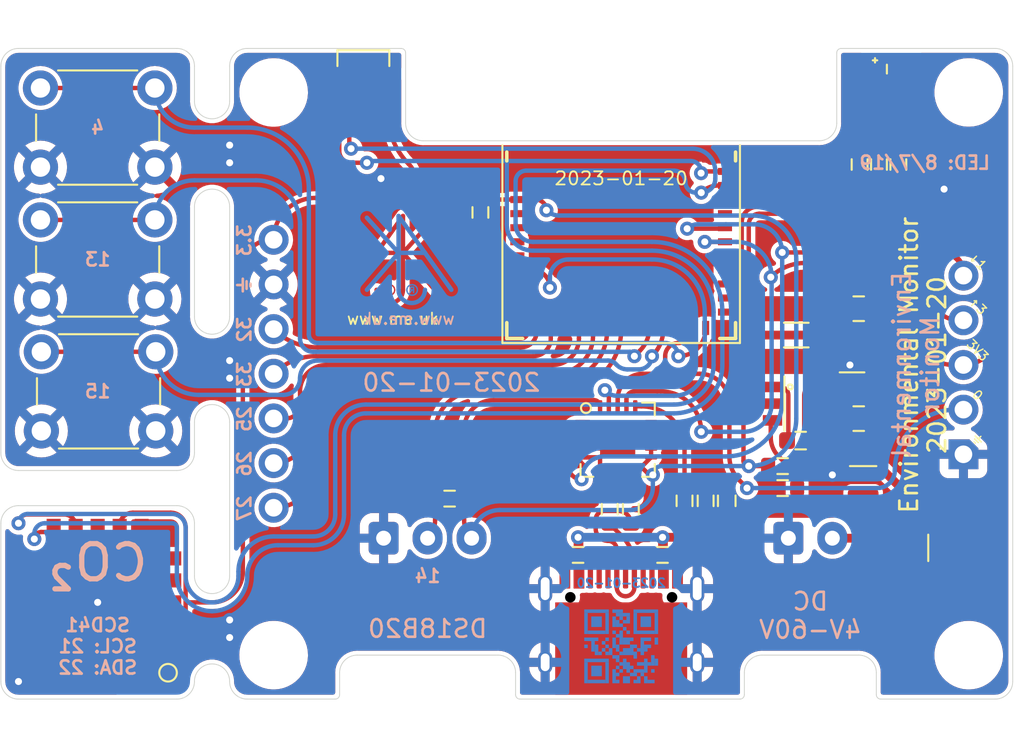
<source format=kicad_pcb>
(kicad_pcb (version 20211014) (generator pcbnew)
  (title_block (title "EnvMon") (date "${DATE}") (rev "4") (comment 1 "www.me.uk") (comment 2 "@TheRealRevK") (comment 3 "Adrian Kennard Andrews & Arnold Ltd"))
  (layers (0 "F.Cu" signal) (31 "B.Cu" signal) (34 "B.Paste" user) (35 "F.Paste" user) (36 "B.SilkS" user "B.Silkscreen") (37 "F.SilkS" user "F.Silkscreen") (38 "B.Mask" user) (39 "F.Mask" user) (44 "Edge.Cuts" user))
  (property "DATE" "2023-01-20")
  (net 0 "")
  (net 1 "VBUS")
  (net 2 "D+")
  (net 3 "D-")
  (net 5 "Net-(J1-PadA5)")
  (net 6 "Net-(J1-PadB5)")
  (net 8 "Net-(J1-PadA6)")
  (net 9 "TEMP")
  (net 11 "GND")
  (net 12 "OLED-RST")
  (net 13 "OLED-DC")
  (net 14 "OLED-SCK")
  (net 15 "OLED-CS")
  (net 16 "OLED-MOSI")
  (net 17 "SCL")
  (net 18 "SDA")
  (net 27 "R")
  (net 28 "G")
  (net 29 "B")
  (net 30 "DC")
  (net 31 "Net-(D3-Pad3)")
  (net 36 "O")
  (net 40 "I")
  (net 41 "EN")
  (net 42 "Net-(D3-Pad4)")
  (net 43 "Net-(R1-Pad2)")
  (net 45 "BOOT")
  (net 46 "Net-(J1-PadA7)")
  (net 47 "Net-(R10-Pad2)")
  (net 56 "BUTTON1")
  (net 57 "BUTTON2")
  (net 58 "BUTTON3")
  (net 63 "Net-(D3-Pad1)")
  (net 64 "+3.3V")
  (net 67 "Net-(J2-Pad2)")
  (footprint "Button_Switch_THT:SW_PUSH_6mm_H13mm" (layer "F.Cu") (at 89.25 65.25)
    (fp_text reference "SW1" hide)
    (fp_text value "SW_Push")
  )
  (footprint "RevK:R_0603" (layer "F.Cu") (at 131.425 86.75)
    (fp_text reference "R1" hide)
    (fp_text value "100k 1%")
  )
  (footprint "Button_Switch_THT:SW_PUSH_6mm_H13mm" (layer "F.Cu") (at 89.3 80.25)
    (fp_text reference "SW3" hide)
    (fp_text value "SW_Push")
  )
  (footprint "RevK:SCD41" (layer "F.Cu") (at 92.5 94.5 180)
    (fp_text reference "U2" hide)
    (fp_text value "SCD41")
  )
  (footprint "RevK:Molex_MiniSPOX_H3RA" (layer "F.Cu") (at 111.25 90.85)
    (fp_text reference "J3" hide)
    (fp_text value "TEMP")
  )
  (footprint "RevK:D_1206" (layer "F.Cu") (at 139.2 91.4 180)
    (fp_text reference "D4" hide)
    (fp_text value "D")
  )
  (footprint "RevK:C_0805_" (layer "F.Cu") (at 135.75 84.05)
    (fp_text reference "C2" hide)
    (fp_text value "2.2uF")
  )
  (footprint "RevK:VEML3235SL-RA" (layer "F.Cu") (at 107.6 63.8)
    (fp_text reference "U6" hide)
    (fp_text value "VEML3235SL_RA")
  )
  (footprint "RevK:USC16-TR" (layer "F.Cu") (at 122.25 95.6)
    (fp_text reference "J1" hide)
    (fp_text value "USB-C")
  )
  (footprint "RevK:R_0603" (layer "F.Cu") (at 131.425 88)
    (fp_text reference "R2" hide)
    (fp_text value "30k 1%")
  )
  (footprint "RevK:R_0603" (layer "F.Cu") (at 127.05 88.725 90)
    (fp_text reference "R10" hide)
    (fp_text value "4k7")
  )
  (footprint "RevK:SOT-23-Thin-6-Reg" (layer "F.Cu") (at 132.2 83.2 90)
    (fp_text reference "U1" hide)
    (fp_text value "LMR16006XDDCR")
  )
  (footprint "RevK:R_0603" (layer "F.Cu") (at 136.9 69.6 -90)
    (fp_text reference "R7" hide)
    (fp_text value "300R")
  )
  (footprint "RevK:L_4x4_" (layer "F.Cu") (at 132.2 79.3 90)
    (fp_text reference "L1" hide)
    (fp_text value "6.8uH")
  )
  (footprint "RevK:R_0603" (layer "F.Cu") (at 124.6 91.8)
    (fp_text reference "R4" hide)
    (fp_text value "5K1")
  )
  (footprint "RevK:OLED1.5-RGB" (layer "F.Cu") (at 144.5 63 180)
    (fp_text reference "M1" hide)
    (fp_text value "OLED1.5-RGB")
  )
  (footprint "RevK:Shelly" (layer "F.Cu") (at 141.7 81 -90)
    (fp_text reference "J4" hide)
    (fp_text value "Shelly" hide)
  )
  (footprint "RevK:C_0603_" (layer "F.Cu") (at 132.45 85.3)
    (fp_text reference "C1" hide)
    (fp_text value "100nF")
  )
  (footprint "RevK:C_0805_" (layer "F.Cu") (at 135.75 77.8)
    (fp_text reference "C3" hide)
    (fp_text value "10uF")
  )
  (footprint "RevK:R_0603" (layer "F.Cu") (at 121.6 89.2 90)
    (fp_text reference "R6" hide)
    (fp_text value "27R")
  )
  (footprint "RevK:R_0603" (layer "F.Cu") (at 138 69.6 -90)
    (fp_text reference "R8" hide)
    (fp_text value "1K")
  )
  (footprint "RevK:R_0603" (layer "F.Cu") (at 122.8 89.2 90)
    (fp_text reference "R5" hide)
    (fp_text value "27R")
  )
  (footprint "RevK:D_1206_" (layer "F.Cu") (at 135.37 80.92 90)
    (fp_text reference "D1" hide)
    (fp_text value "Schottky")
  )
  (footprint "RevK:MHS190RGBCT" (layer "F.Cu") (at 136.9 64.175)
    (fp_text reference "D3" hide)
    (fp_text value "LED_BARG" hide)
  )
  (footprint "RevK:R_0603" (layer "F.Cu") (at 119.8 91.8 180)
    (fp_text reference "R3" hide)
    (fp_text value "5K1")
  )
  (footprint "RevK:R_0603" (layer "F.Cu") (at 125.85 88.725 -90)
    (fp_text reference "R11" hide)
    (fp_text value "10k")
  )
  (footprint "RevK:R_0603" (layer "F.Cu") (at 114.25 72.325 -90)
    (fp_text reference "R12" hide)
    (fp_text value "10k")
  )
  (footprint "RevK:AJK" (layer "F.Cu") (at 109.85 74.625)
    (fp_text reference "Logo2" hide)
    (fp_text value "AJK" hide)
  )
  (footprint "RevK:Molex_MiniSPOX_H2RA" (layer "F.Cu") (at 133 90.85)
    (fp_text reference "J2" hide)
    (fp_text value "DC")
  )
  (footprint "RevK:ESP32-PICO-MINI-02" (layer "F.Cu") (at 122.25 73.99325)
    (fp_text reference "U4" hide)
    (fp_text value "ESP32-PICO-MINI-02")
  )
  (footprint "Button_Switch_THT:SW_PUSH_6mm_H13mm" (layer "F.Cu") (at 89.25 72.75)
    (fp_text reference "SW2" hide)
    (fp_text value "SW_Push")
  )
  (footprint "RevK:C_0603" (layer "F.Cu") (at 128.25 88.725 -90)
    (fp_text reference "C4" hide)
    (fp_text value "10nF")
  )
  (footprint "RevK:R_0603" (layer "F.Cu") (at 112.5 88.6)
    (fp_text reference "R13" hide)
    (fp_text value "4k7")
  )
  (footprint "RevK:R_0603" (layer "F.Cu") (at 135.8 69.6 -90)
    (fp_text reference "R9" hide)
    (fp_text value "100R")
  )
  (footprint "RevK:QFN-20-1EP_4x4mm_P0.5mm_EP2.5x2.5mm" (layer "F.Cu") (at 122.05 85.25)
    (fp_text reference "U3" hide)
    (fp_text value "FT231XQ")
  )
  (footprint "RevK:D_1206" (layer "F.Cu") (at 136 87.25 -90)
    (fp_text reference "D2" hide)
    (fp_text value "D")
  )
  (footprint "RevK:AJK" (layer "B.Cu") (at 109.6 74.625 180)
    (fp_text reference "Logo1" hide)
    (fp_text value "AJK" hide)
  )
  (footprint "RevK:QR-ENVMON" (layer "B.Cu") (at 122.25 97)
    (fp_text reference "U5" hide)
    (fp_text value "QR" hide)
  )
  (gr_line (start 115.5 68.5) (end 115.5 79.75) (layer "F.SilkS") (width 0.12))
  (gr_line (start 129 79.75) (end 129 68.5) (layer "F.SilkS") (width 0.12))
  (gr_line (start 115.5 79.75) (end 129 79.75) (layer "F.SilkS") (width 0.12))
  (gr_line (start 106.25 98.5) (end 106.25 99.75) (layer "Edge.Cuts") (width 0.05))
  (gr_line (start 100 72) (end 100 78.25) (layer "Edge.Cuts") (width 0.05))
  (gr_arc (start 101 100) (mid 100.292893 99.707107) (end 100 99) (layer "Edge.Cuts") (width 0.05))
  (gr_line (start 88 87) (end 97 87) (layer "Edge.Cuts") (width 0.05))
  (gr_line (start 97 89) (end 88 89) (layer "Edge.Cuts") (width 0.05))
  (gr_arc (start 115.25 97.5) (mid 115.957107 97.792893) (end 116.25 98.5) (layer "Edge.Cuts") (width 0.05))
  (gr_arc (start 134.5 63.25) (mid 134.573223 63.073223) (end 134.75 63) (layer "Edge.Cuts") (width 0.05))
  (gr_line (start 116.5 100) (end 129 100) (layer "Edge.Cuts") (width 0.05))
  (gr_arc (start 144.5 99) (mid 144.207107 99.707107) (end 143.5 100) (layer "Edge.Cuts") (width 0.05))
  (gr_line (start 134.5 67.25) (end 134.5 63.25) (layer "Edge.Cuts") (width 0.05))
  (gr_arc (start 116.5 100) (mid 116.323223 99.926777) (end 116.25 99.75) (layer "Edge.Cuts") (width 0.05))
  (gr_line (start 100 64) (end 100 66) (layer "Edge.Cuts") (width 0.05))
  (gr_line (start 111 68.25) (end 133.5 68.25) (layer "Edge.Cuts") (width 0.05))
  (gr_arc (start 87 90) (mid 87.292893 89.292893) (end 88 89) (layer "Edge.Cuts") (width 0.05))
  (gr_line (start 98 90) (end 98 93) (layer "Edge.Cuts") (width 0.05))
  (gr_arc (start 111 68.25) (mid 110.292893 67.957107) (end 110 67.25) (layer "Edge.Cuts") (width 0.05))
  (gr_line (start 97 63) (end 88 63) (layer "Edge.Cuts") (width 0.05))
  (gr_arc (start 129.25 98.5) (mid 129.542893 97.792893) (end 130.25 97.5) (layer "Edge.Cuts") (width 0.05))
  (gr_line (start 101 100) (end 106 100) (layer "Edge.Cuts") (width 0.05))
  (gr_arc (start 100 66) (mid 99 67) (end 98 66) (layer "Edge.Cuts") (width 0.05))
  (gr_arc (start 134.5 67.25) (mid 134.207107 67.957107) (end 133.5 68.25) (layer "Edge.Cuts") (width 0.05))
  (gr_line (start 98 66) (end 98 64) (layer "Edge.Cuts") (width 0.05))
  (gr_line (start 87 99) (end 87 90) (layer "Edge.Cuts") (width 0.05))
  (gr_arc (start 98 84.25) (mid 99 83.25) (end 100 84.25) (layer "Edge.Cuts") (width 0.05))
  (gr_arc (start 109.75 63) (mid 109.926777 63.073223) (end 110 63.25) (layer "Edge.Cuts") (width 0.05))
  (gr_line (start 136.75 98.5) (end 136.75 99.75) (layer "Edge.Cuts") (width 0.05))
  (gr_line (start 116.25 98.5) (end 116.25 99.75) (layer "Edge.Cuts") (width 0.05))
  (gr_arc (start 106.25 99.75) (mid 106.176777 99.926777) (end 106 100) (layer "Edge.Cuts") (width 0.05))
  (gr_line (start 88 100) (end 97 100) (layer "Edge.Cuts") (width 0.05))
  (gr_arc (start 100 64) (mid 100.292893 63.292893) (end 101 63) (layer "Edge.Cuts") (width 0.05))
  (gr_line (start 130.25 97.5) (end 135.75 97.5) (layer "Edge.Cuts") (width 0.05))
  (gr_arc (start 88 100) (mid 87.292893 99.707107) (end 87 99) (layer "Edge.Cuts") (width 0.05))
  (gr_line (start 144.5 99) (end 144.5 64) (layer "Edge.Cuts") (width 0.05))
  (gr_arc (start 97 63) (mid 97.707107 63.292893) (end 98 64) (layer "Edge.Cuts") (width 0.05))
  (gr_arc (start 88 87) (mid 87.292893 86.707107) (end 87 86) (layer "Edge.Cuts") (width 0.05))
  (gr_arc (start 98 86) (mid 97.707107 86.707107) (end 97 87) (layer "Edge.Cuts") (width 0.05))
  (gr_line (start 129.25 98.5) (end 129.25 99.75) (layer "Edge.Cuts") (width 0.05))
  (gr_arc (start 97 89) (mid 97.707107 89.292893) (end 98 90) (layer "Edge.Cuts") (width 0.05))
  (gr_line (start 98 72) (end 98 78.25) (layer "Edge.Cuts") (width 0.05))
  (gr_line (start 107.25 97.5) (end 115.25 97.5) (layer "Edge.Cuts") (width 0.05))
  (gr_arc (start 143.5 63) (mid 144.207107 63.292893) (end 144.5 64) (layer "Edge.Cuts") (width 0.05))
  (gr_line (start 134.75 63) (end 143.5 63) (layer "Edge.Cuts") (width 0.05))
  (gr_line (start 98 86) (end 98 84.25) (layer "Edge.Cuts") (width 0.05))
  (gr_arc (start 100 93) (mid 99 94) (end 98 93) (layer "Edge.Cuts") (width 0.05))
  (gr_arc (start 87 64) (mid 87.292893 63.292893) (end 88 63) (layer "Edge.Cuts") (width 0.05))
  (gr_line (start 109.75 63) (end 101 63) (layer "Edge.Cuts") (width 0.05))
  (gr_arc (start 129.25 99.75) (mid 129.176777 99.926777) (end 129 100) (layer "Edge.Cuts") (width 0.05))
  (gr_arc (start 137 100) (mid 136.823223 99.926777) (end 136.75 99.75) (layer "Edge.Cuts") (width 0.05))
  (gr_arc (start 106.25 98.5) (mid 106.542893 97.792893) (end 107.25 97.5) (layer "Edge.Cuts") (width 0.05))
  (gr_arc (start 100 78.25) (mid 99 79.25) (end 98 78.25) (layer "Edge.Cuts") (width 0.05))
  (gr_arc (start 98 99) (mid 97.707107 99.707107) (end 97 100) (layer "Edge.Cuts") (width 0.05))
  (gr_arc (start 98 72) (mid 99 71) (end 100 72) (layer "Edge.Cuts") (width 0.05))
  (gr_line (start 100 84.25) (end 100 93) (layer "Edge.Cuts") (width 0.05))
  (gr_line (start 87 64) (end 87 86) (layer "Edge.Cuts") (width 0.05))
  (gr_arc (start 98 99) (mid 99 98) (end 100 99) (layer "Edge.Cuts") (width 0.05))
  (gr_line (start 110 63.25) (end 110 67.25) (layer "Edge.Cuts") (width 0.05))
  (gr_line (start 137 100) (end 143.5 100) (layer "Edge.Cuts") (width 0.05))
  (gr_arc (start 135.75 97.5) (mid 136.457107 97.792893) (end 136.75 98.5) (layer "Edge.Cuts") (width 0.05))
  (gr_text "DC\n4V-60V" (at 133 95.25) (layer "B.SilkS") (effects (font (size 1 1)) (justify mirror)))
  (gr_text "13" (at 92.5 75) (layer "B.SilkS") (effects (font (size 0.75 0.75)) (justify mirror)))
  (gr_text "33" (at 100.838 81.534 90) (layer "B.SilkS") (effects (font (size 0.75 0.75)) (justify mirror)))
  (gr_text "⏚" (at 100.838 76.454 90) (layer "B.SilkS") (effects (font (size 0.75 0.75)) (justify mirror)))
  (gr_text "SCD41\nSCL: 21\nSDA: 22" (at 92.5 97) (layer "B.SilkS") (effects (font (size 0.75 0.75)) (justify mirror)))
  (gr_text "Environmental\nMonitor" (at 139 81 90) (layer "B.SilkS") (effects (font (size 1 1)) (justify mirror)))
  (gr_text "3.3" (at 100.838 73.914 90) (layer "B.SilkS") (effects (font (size 0.75 0.75)) (justify mirror)))
  (gr_text "CO₂" (at 92.5 92.25) (layer "B.SilkS") (effects (font (size 2 2) (thickness 0.3)) (justify mirror)))
  (gr_text "${DATE}" (at 112.6 82) (layer "B.SilkS") (effects (font (size 1 1)) (justify mirror)))
  (gr_text "25" (at 100.838 84.074 90) (layer "B.SilkS") (effects (font (size 0.75 0.75)) (justify mirror)))
  (gr_text "DS18B20" (at 111.25 96) (layer "B.SilkS") (effects (font (size 1 1)) (justify mirror)))
  (gr_text "14" (at 111.25 93) (layer "B.SilkS") (effects (font (size 0.75 0.75)) (justify mirror)))
  (gr_text "32" (at 100.838 78.994 90) (layer "B.SilkS") (effects (font (size 0.75 0.75)) (justify mirror)))
  (gr_text "15" (at 92.5 82.5) (layer "B.SilkS") (effects (font (size 0.75 0.75)) (justify mirror)))
  (gr_text "26" (at 100.838 86.614 90) (layer "B.SilkS") (effects (font (size 0.75 0.75)) (justify mirror)))
  (gr_text "4" (at 92.5 67.5) (layer "B.SilkS") (effects (font (size 0.75 0.75)) (justify mirror)))
  (gr_text "27" (at 100.838 89.154 90) (layer "B.SilkS") (effects (font (size 0.75 0.75)) (justify mirror)))
  (gr_text "LED: 8/7/19" (at 139.5 69.5) (layer "B.SilkS") (effects (font (size 0.75 0.75)) (justify mirror)))
  (gr_text "Environmental Monitor" (at 138.6 81 90) (layer "F.SilkS") (effects (font (size 1 1))))
  (gr_text "${DATE}" (at 140.2 81 90) (layer "F.SilkS") (effects (font (size 1 1))))
  (segment (start 134.088672 89.441698) (end 128.390753 89.441698) (width 0.5) (layer "F.Cu") (net 1))
  (segment (start 124.6 90.8) (end 125.993559 90.8) (width 0.5) (layer "F.Cu") (net 1))
  (segment (start 124.6 93.01929) (end 124.6 90.8) (width 0.5) (layer "F.Cu") (net 1))
  (segment (start 128.25 89.5) (end 127.1 89.5) (width 0.5) (layer "F.Cu") (net 1))
  (segment (start 124.65 90.85) (end 124.6 90.8) (width 0.25) (layer "F.Cu") (net 1))
  (segment (start 119.85 90.85) (end 119.8 90.8) (width 0.25) (layer "F.Cu") (net 1))
  (segment (start 124.65 93.14) (end 124.65 90.85) (width 0.5) (layer "F.Cu") (net 1))
  (segment (start 124.67452 90.87452) (end 124.6 90.8) (width 0.5) (layer "F.Cu") (net 1))
  (segment (start 127.05 89.743559) (end 127.05 89.55) (width 0.5) (layer "F.Cu") (net 1))
  (segment (start 119.8 93.01929) (end 119.8 90.8) (width 0.5) (layer "F.Cu") (net 1))
  (segment (start 119.85 93.14) (end 119.85 90.85) (width 0.5) (layer "F.Cu") (net 1))
  (via (at 124.6 90.8) (size 0.8) (drill 0.4) (layers "F.Cu" "B.Cu") (net 1))
  (via (at 119.8 90.8) (size 0.8) (drill 0.4) (layers "F.Cu" "B.Cu") (net 1))
  (arc (start 136 88.65) (mid 135.123075 89.235943) (end 134.088672 89.441698) (width 0.5) (layer "F.Cu") (net 1))
  (arc (start 125.993559 90.8) (mid 126.740576 90.490576) (end 127.05 89.743559) (width 0.5) (layer "F.Cu") (net 1))
  (segment (start 124.6 90.8) (end 119.8 90.8) (width 0.5) (layer "B.Cu") (net 1))
  (arc (start 122.05 87.288604) (mid 121.933048 87.876557) (end 121.6 88.375) (width 0.25) (layer "F.Cu") (net 2))
  (segment (start 122.55 87.15) (end 122.55 87.771447) (width 0.25) (layer "F.Cu") (net 3))
  (arc (start 122.55 87.771447) (mid 122.614973 88.098087) (end 122.8 88.375) (width 0.25) (layer "F.Cu") (net 3))
  (arc (start 121 92.70533) (mid 120.902541 92.215369) (end 120.625 91.8) (width 0.25) (layer "F.Cu") (net 5))
  (segment (start 124 93.14) (end 124 92.343198) (width 0.25) (layer "F.Cu") (net 6))
  (arc (start 124 92.343198) (mid 123.941524 92.049221) (end 123.775 91.8) (width 0.25) (layer "F.Cu") (net 6))
  (segment (start 122.279109 90.720891) (end 121.6 90.041783) (width 0.25) (layer "F.Cu") (net 8))
  (segment (start 122 93.14) (end 122 93.65) (width 0.25) (layer "F.Cu") (net 8))
  (segment (start 123 93.65) (end 123 93.14) (width 0.25) (layer "F.Cu") (net 8))
  (segment (start 123 93.14) (end 123 92.461275) (width 0.25) (layer "F.Cu") (net 8))
  (arc (start 123 92.461275) (mid 122.812647 91.519386) (end 122.279109 90.720891) (width 0.25) (layer "F.Cu") (net 8))
  (arc (start 122.5 94.15) (mid 122.853553 94.003553) (end 123 93.65) (width 0.25) (layer "F.Cu") (net 8))
  (arc (start 122 93.65) (mid 122.146447 94.003553) (end 122.5 94.15) (width 0.25) (layer "F.Cu") (net 8))
  (segment (start 111.675 88.6) (end 111.675 89.82396) (width 0.25) (layer "F.Cu") (net 9))
  (segment (start 114 82.5) (end 118.75 82.5) (width 0.25) (layer "F.Cu") (net 9))
  (segment (start 111.675 88.6) (end 111.675 84.825) (width 0.25) (layer "F.Cu") (net 9))
  (arc (start 118.75 82.5) (mid 121.224874 81.474874) (end 122.25 79) (width 0.25) (layer "F.Cu") (net 9))
  (arc (start 111.675 84.825) (mid 112.355977 83.180977) (end 114 82.5) (width 0.25) (layer "F.Cu") (net 9))
  (arc (start 111.675 89.82396) (mid 111.564546 90.379249) (end 111.25 90.85) (width 0.25) (layer "F.Cu") (net 9))
  (segment (start 135.37 79.4375) (end 135.37 80.88) (width 0.5) (layer "F.Cu") (net 11))
  (segment (start 120.15 86.25) (end 121.05 86.25) (width 0.25) (layer "F.Cu") (net 11))
  (segment (start 131.4 88.8) (end 133.4 88.8) (width 0.25) (layer "F.Cu") (net 11))
  (segment (start 121.05 86.25) (end 122.05 85.25) (width 0.25) (layer "F.Cu") (net 11))
  (segment (start 120.15 84.75) (end 121.55 84.75) (width 0.25) (layer "F.Cu") (net 11))
  (segment (start 123.95 85.25) (end 122.05 85.25) (width 0.25) (layer "F.Cu") (net 11))
  (segment (start 129 88.8) (end 129.8 88.8) (width 0.25) (layer "F.Cu") (net 11))
  (segment (start 135.37 80.88) (end 135.25 81) (width 0.5) (layer "F.Cu") (net 11))
  (segment (start 121.05 87.15) (end 121.05 86.25) (width 0.25) (layer "F.Cu") (net 11))
  (segment (start 120.15 85.25) (end 122.05 85.25) (width 0.25) (layer "F.Cu") (net 11))
  (segment (start 134.2 88) (end 134.2 87.3) (width 0.25) (layer "F.Cu") (net 11))
  (segment (start 120.15 85.75) (end 121.55 85.75) (width 0.25) (layer "F.Cu") (net 11))
  (via (at 100 69.5) (size 0.8) (drill 0.4) (layers "F.Cu" "B.Cu") (net 11))
  (via (at 100 95.5) (size 0.8) (drill 0.4) (layers "F.Cu" "B.Cu") (net 11))
  (via (at 100 68.5) (size 0.8) (drill 0.4) (layers "F.Cu" "B.Cu") (net 11))
  (via (at 92.5 94.5) (size 0.8) (drill 0.4) (layers "F.Cu" "B.Cu") (net 11))
  (via (at 100 81.75) (size 0.8) (drill 0.4) (layers "F.Cu" "B.Cu") (net 11))
  (via (at 140.6 71) (size 0.8) (drill 0.4) (layers "F.Cu" "B.Cu") (net 11))
  (via (at 100 80.75) (size 0.8) (drill 0.4) (layers "F.Cu" "B.Cu") (net 11))
  (via (at 100 96.5) (size 0.8) (drill 0.4) (layers "F.Cu" "B.Cu") (net 11))
  (via (at 135.25 81) (size 0.8) (drill 0.4) (layers "F.Cu" "B.Cu") (net 11))
  (via (at 108.6 70.4) (size 0.8) (drill 0.4) (layers "F.Cu" "B.Cu") (net 11))
  (via (at 88 99) (size 0.8) (drill 0.4) (layers "F.Cu" "B.Cu") (net 11))
  (via (at 134.25 87.25) (size 0.8) (drill 0.4) (layers "F.Cu" "B.Cu") (net 11))
  (arc (start 130.6 88) (mid 130.834315 88.565685) (end 131.4 88.8) (width 0.25) (layer "F.Cu") (net 11))
  (arc (start 134.2 87.3) (mid 134.214645 87.264645) (end 134.25 87.25) (width 0.25) (layer "F.Cu") (net 11))
  (arc (start 129.8 88.8) (mid 130.365685 88.565685) (end 130.6 88) (width 0.25) (layer "F.Cu") (net 11))
  (arc (start 133.4 88.8) (mid 133.965685 88.565685) (end 134.2 88) (width 0.25) (layer "F.Cu") (net 11))
  (arc (start 128.25 88.05) (mid 128.46967 88.58033) (end 129 88.8) (width 0.25) (layer "F.Cu") (net 11))
  (segment (start 105.75 82) (end 118.5 82) (width 0.25) (layer "F.Cu") (net 12))
  (segment (start 105 86.62) (end 105 82.75) (width 0.25) (layer "F.Cu") (net 12))
  (arc (start 105 82.75) (mid 105.21967 82.21967) (end 105.75 82) (width 0.25) (layer "F.Cu") (net 12))
  (arc (start 118.5 82) (mid 120.585965 81.135965) (end 121.45 79.05) (width 0.25) (layer "F.Cu") (net 12))
  (arc (start 102.5 89.12) (mid 104.267767 88.387767) (end 105 86.62) (width 0.25) (layer "F.Cu") (net 12))
  (segment (start 105.5 81.5) (end 118.5 81.5) (width 0.25) (layer "F.Cu") (net 13))
  (segment (start 104.5 84.58) (end 104.5 82.5) (width 0.25) (layer "F.Cu") (net 13))
  (segment (start 120.65 78.89325) (end 120.65 79.35) (width 0.25) (layer "F.Cu") (net 13))
  (arc (start 120.65 79.35) (mid 120.02028 80.87028) (end 118.5 81.5) (width 0.25) (layer "F.Cu") (net 13))
  (arc (start 104.5 82.5) (mid 104.792893 81.792893) (end 105.5 81.5) (width 0.25) (layer "F.Cu") (net 13))
  (arc (start 102.5 86.58) (mid 103.914214 85.994214) (end 104.5 84.58) (width 0.25) (layer "F.Cu") (net 13))
  (segment (start 117.24325 80.5) (end 104.914213 80.5) (width 0.25) (layer "F.Cu") (net 14))
  (segment (start 118.25 78.84325) (end 118.25 79.49325) (width 0.25) (layer "F.Cu") (net 14))
  (arc (start 118.25 79.49325) (mid 117.95513 80.20513) (end 117.24325 80.5) (width 0.25) (layer "F.Cu") (net 14))
  (arc (start 104.914213 80.5) (mid 103.607651 80.759891) (end 102.5 81.5) (width 0.25) (layer "F.Cu") (net 14))
  (segment (start 104 83.25) (end 104 82.5) (width 0.25) (layer "F.Cu") (net 15))
  (segment (start 119.85 79.49325) (end 119.85 78.84325) (width 0.25) (layer "F.Cu") (net 15))
  (segment (start 105.5 81) (end 118.34325 81) (width 0.25) (layer "F.Cu") (net 15))
  (arc (start 104 82.5) (mid 104.43934 81.43934) (end 105.5 81) (width 0.25) (layer "F.Cu") (net 15))
  (arc (start 103.21 84.04) (mid 103.768614 83.808614) (end 104 83.25) (width 0.25) (layer "F.Cu") (net 15))
  (arc (start 118.34325 81) (mid 119.408683 80.558683) (end 119.85 79.49325) (width 0.25) (layer "F.Cu") (net 15))
  (segment (start 116.54325 80) (end 116.49325 80) (width 0.25) (layer "F.Cu") (net 16))
  (segment (start 116.49325 80) (end 105.010782 80) (width 0.25) (layer "F.Cu") (net 16))
  (arc (start 105.010782 80) (mid 103.651957 79.729713) (end 102.5 78.96) (width 0.25) (layer "F.Cu") (net 16))
  (arc (start 117.45 79.09325) (mid 117.184419 79.734419) (end 116.54325 80) (width 0.25) (layer "F.Cu") (net 16))
  (segment (start 107.8 69.5) (end 106.9 69.5) (width 0.25) (layer "F.Cu") (net 17))
  (segment (start 88.5 89.5) (end 90.6 89.5) (width 0.25) (layer "F.Cu") (net 17))
  (segment (start 106.23 64.45) (end 106.23 68.83) (width 0.25) (layer "F.Cu") (net 17))
  (segment (start 128.15 69.99325) (end 127.024359 69.99325) (width 0.25) (layer "F.Cu") (net 17))
  (via (at 88 90) (size 0.8) (drill 0.4) (layers "F.Cu" "B.Cu") (net 17))
  (via (at 126.791134 70.089855) (size 0.8) (drill 0.4) (layers "F.Cu" "B.Cu") (net 17))
  (via (at 107.8 69.5) (size 0.8) (drill 0.4) (layers "F.Cu" "B.Cu") (net 17))
  (arc (start 88.5 89.5) (mid 88.146447 89.646447) (end 88 90) (width 0.25) (layer "F.Cu") (net 17))
  (arc (start 91.25 90.15) (mid 91.059619 89.690381) (end 90.6 89.5) (width 0.25) (layer "F.Cu") (net 17))
  (arc (start 106.9 69.5) (mid 106.426238 69.303762) (end 106.23 68.83) (width 0.25) (layer "F.Cu") (net 17))
  (arc (start 127.024359 69.99325) (mid 126.898139 70.018357) (end 126.791134 70.089855) (width 0.25) (layer "F.Cu") (net 17))
  (segment (start 126.2 69.4) (end 115.7 69.4) (width 0.25) (layer "B.Cu") (net 17))
  (segment (start 127.5 78) (end 127.5 81) (width 0.25) (layer "B.Cu") (net 17))
  (segment (start 126.791134 70.089855) (end 126.791134 69.991134) (width 0.25) (layer "B.Cu") (net 17))
  (segment (start 104.75 90.75) (end 102.5 90.75) (width 0.25) (layer "B.Cu") (net 17))
  (segment (start 97.5 93) (end 97.5 90.25) (width 0.25) (layer "B.Cu") (net 17))
  (segment (start 100.5 92.75) (end 100.5 93) (width 0.25) (layer "B.Cu") (net 17))
  (segment (start 115.75 69.45) (end 115.75 73) (width 0.25) (layer "B.Cu") (net 17))
  (segment (start 106 85) (end 106 89.5) (width 0.25) (layer "B.Cu") (net 17))
  (segment (start 117.25 74.5) (end 124 74.5) (width 0.25) (layer "B.Cu") (net 17))
  (segment (start 125.25 83.25) (end 107.75 83.25) (width 0.25) (layer "B.Cu") (net 17))
  (segment (start 115.7 69.4) (end 107.9 69.4) (width 0.25) (layer "B.Cu") (net 17))
  (segment (start 96.722887 89.472887) (end 88.527113 89.472887) (width 0.25) (layer "B.Cu") (net 17))
  (arc (start 100.5 93) (mid 100.06066 94.06066) (end 99 94.5) (width 0.25) (layer "B.Cu") (net 17))
  (arc (start 107.9 69.4) (mid 107.829289 69.429289) (end 107.8 69.5) (width 0.25) (layer "B.Cu") (net 17))
  (arc (start 127.5 81) (mid 126.84099 82.59099) (end 125.25 83.25) (width 0.25) (layer "B.Cu") (net 17))
  (arc (start 106 89.5) (mid 105.633883 90.383883) (end 104.75 90.75) (width 0.25) (layer "B.Cu") (net 17))
  (arc (start 115.75 69.45) (mid 115.735355 69.414645) (end 115.7 69.4) (width 0.25) (layer "B.Cu") (net 17))
  (arc (start 107.75 83.25) (mid 106.512563 83.762563) (end 106 85) (width 0.25) (layer "B.Cu") (net 17))
  (arc (start 124 74.5) (mid 126.474874 75.525126) (end 127.5 78) (width 0.25) (layer "B.Cu") (net 17))
  (arc (start 97.5 90.25) (mid 97.272389 89.700498) (end 96.722887 89.472887) (width 0.25) (layer "B.Cu") (net 17))
  (arc (start 102.5 90.75) (mid 101.085786 91.335786) (end 100.5 92.75) (width 0.25) (layer "B.Cu") (net 17))
  (arc (start 126.791134 69.991134) (mid 126.617995 69.573139) (end 126.2 69.4) (width 0.25) (layer "B.Cu") (net 17))
  (arc (start 88.527113 89.472887) (mid 88.154388 89.627275) (end 88 90) (width 0.25) (layer "B.Cu") (net 17))
  (arc (start 99 94.5) (mid 97.93934 94.06066) (end 97.5 93) (width 0.25) (layer "B.Cu") (net 17))
  (arc (start 115.75 73) (mid 116.18934 74.06066) (end 117.25 74.5) (width 0.25) (layer "B.Cu") (net 17))
  (segment (start 90 90.5) (end 89.3 90.5) (width 0.25) (layer "F.Cu") (net 18))
  (segment (start 106.8 68.6) (end 106.8 64.74) (width 0.25) (layer "F.Cu") (net 18))
  (segment (start 128.15 70.79325) (end 127.781981 70.79325) (width 0.25) (layer "F.Cu") (net 18))
  (via (at 88.9 90.9) (size 0.8) (drill 0.4) (layers "F.Cu" "B.Cu") (net 18))
  (via (at 126.8 71.2) (size 0.8) (drill 0.4) (layers "F.Cu" "B.Cu") (net 18))
  (via (at 106.9 68.7) (size 0.8) (drill 0.4) (layers "F.Cu" "B.Cu") (net 18))
  (arc (start 127.781981 70.79325) (mid 127.250537 70.898961) (end 126.8 71.2) (width 0.25) (layer "F.Cu") (net 18))
  (arc (start 106.9 68.7) (mid 106.829289 68.670711) (end 106.8 68.6) (width 0.25) (layer "F.Cu") (net 18))
  (arc (start 89.3 90.5) (mid 89.017157 90.617157) (end 88.9 90.9) (width 0.25) (layer "F.Cu") (net 18))
  (arc (start 106.8 64.74) (mid 106.884939 64.534939) (end 107.09 64.45) (width 0.25) (layer "F.Cu") (net 18))
  (segment (start 116.85 69.95) (end 125.25 69.95) (width 0.25) (layer "B.Cu") (net 18))
  (segment (start 124 74) (end 117.25 74) (width 0.25) (layer "B.Cu") (net 18))
  (segment (start 116.25 73) (end 116.25 70.55) (width 0.25) (layer "B.Cu") (net 18))
  (segment (start 126.3 68.7) (end 106.9 68.7) (width 0.25) (layer "B.Cu") (net 18))
  (segment (start 126.5 71.2) (end 126.8 71.2) (width 0.25) (layer "B.Cu") (net 18))
  (segment (start 88.9 90.9) (end 88.9 90.6) (width 0.25) (layer "B.Cu") (net 18))
  (segment (start 107.75 83.75) (end 125.25 83.75) (width 0.25) (layer "B.Cu") (net 18))
  (segment (start 127.6 70.4) (end 127.6 70) (width 0.25) (layer "B.Cu") (net 18))
  (segment (start 128 81) (end 128 78) (width 0.25) (layer "B.Cu") (net 18))
  (segment (start 89.5 90) (end 96.75 90) (width 0.25) (layer "B.Cu") (net 18))
  (segment (start 97 90.25) (end 97 93) (width 0.25) (layer "B.Cu") (net 18))
  (segment (start 106.5 89.5) (end 106.5 85) (width 0.25) (layer "B.Cu") (net 18))
  (segment (start 102.75 91.25) (end 104.75 91.25) (width 0.25) (layer "B.Cu") (net 18))
  (arc (start 99 95) (mid 100.414214 94.414214) (end 101 93) (width 0.25) (layer "B.Cu") (net 18))
  (arc (start 97 93) (mid 97.585786 94.414214) (end 99 95) (width 0.25) (layer "B.Cu") (net 18))
  (arc (start 101 93) (mid 101.512563 91.762563) (end 102.75 91.25) (width 0.25) (layer "B.Cu") (net 18))
  (arc (start 125.9 70.6) (mid 126.075736 71.024264) (end 126.5 71.2) (width 0.25) (layer "B.Cu") (net 18))
  (arc (start 126.8 71.2) (mid 127.365685 70.965685) (end 127.6 70.4) (width 0.25) (layer "B.Cu") (net 18))
  (arc (start 127.6 70) (mid 127.219239 69.080761) (end 126.3 68.7) (width 0.25) (layer "B.Cu") (net 18))
  (arc (start 128 78) (mid 126.828427 75.171573) (end 124 74) (width 0.25) (layer "B.Cu") (net 18))
  (arc (start 125.25 83.75) (mid 127.194544 82.944544) (end 128 81) (width 0.25) (layer "B.Cu") (net 18))
  (arc (start 116.25 70.55) (mid 116.425736 70.125736) (end 116.85 69.95) (width 0.25) (layer "B.Cu") (net 18))
  (arc (start 104.75 91.25) (mid 105.987437 90.737437) (end 106.5 89.5) (width 0.25) (layer "B.Cu") (net 18))
  (arc (start 88.9 90.6) (mid 89.075736 90.175736) (end 89.5 90) (width 0.25) (layer "B.Cu") (net 18))
  (arc (start 125.25 69.95) (mid 125.709619 70.140381) (end 125.9 70.6) (width 0.25) (layer "B.Cu") (net 18))
  (arc (start 106.5 85) (mid 106.866117 84.116117) (end 107.75 83.75) (width 0.25) (layer "B.Cu") (net 18))
  (arc (start 96.75 90) (mid 96.926777 90.073223) (end 97 90.25) (width 0.25) (layer "B.Cu") (net 18))
  (arc (start 117.25 74) (mid 116.542893 73.707107) (end 116.25 73) (width 0.25) (layer "B.Cu") (net 18))
  (segment (start 129.1 74.84325) (end 129.1 72.9) (width 0.25) (layer "F.Cu") (net 27))
  (segment (start 130 72) (end 135.325 72) (width 0.25) (layer "F.Cu") (net 27))
  (arc (start 128.35 75.59325) (mid 128.88033 75.37358) (end 129.1 74.84325) (width 0.25) (layer "F.Cu") (net 27))
  (arc (start 129.1 72.9) (mid 129.363604 72.263604) (end 130 72) (width 0.25) (layer "F.Cu") (net 27))
  (arc (start 135.325 72) (mid 136.438693 71.538693) (end 136.9 70.425) (width 0.25) (layer "F.Cu") (net 27))
  (segment (start 129.5 75.69325) (end 129.5 73) (width 0.25) (layer "F.Cu") (net 28))
  (segment (start 128.15 76.39325) (end 128.8 76.39325) (width 0.25) (layer "F.Cu") (net 28))
  (segment (start 130.1 72.4) (end 136.025 72.4) (width 0.25) (layer "F.Cu") (net 28))
  (arc (start 129.5 73) (mid 129.675736 72.575736) (end 130.1 72.4) (width 0.25) (layer "F.Cu") (net 28))
  (arc (start 128.8 76.39325) (mid 129.294975 76.188225) (end 129.5 75.69325) (width 0.25) (layer "F.Cu") (net 28))
  (arc (start 136.025 72.4) (mid 137.421536 71.821536) (end 138 70.425) (width 0.25) (layer "F.Cu") (net 28))
  (segment (start 128.15 71.59325) (end 134.63175 71.59325) (width 0.25) (layer "F.Cu") (net 29))
  (arc (start 134.63175 71.59325) (mid 135.457827 71.251077) (end 135.8 70.425) (width 0.25) (layer "F.Cu") (net 29))
  (segment (start 136 85.85) (end 135.224264 85.074264) (width 0.5) (layer "F.Cu") (net 30))
  (segment (start 133.55 84.15) (end 133.55 83.2) (width 0.25) (layer "F.Cu") (net 30))
  (segment (start 136 85.85) (end 139.928248 89.778248) (width 0.5) (layer "F.Cu") (net 30))
  (arc (start 139.928248 89.778248) (mid 140.425417 90.522314) (end 140.6 91.4) (width 0.5) (layer "F.Cu") (net 30))
  (arc (start 135.224264 85.074264) (mid 134.910263 84.604328) (end 134.8 84.05) (width 0.5) (layer "F.Cu") (net 30))
  (segment (start 137.125 64.175) (end 137.125 68.231802) (width 0.25) (layer "F.Cu") (net 31))
  (arc (start 137.125 68.231802) (mid 137.066524 68.525779) (end 136.9 68.775) (width 0.25) (layer "F.Cu") (net 31))
  (segment (start 131.4 74.6) (end 140.38 74.6) (width 0.25) (layer "F.Cu") (net 36))
  (segment (start 119.752672 84.25) (end 120.15 84.25) (width 0.25) (layer "F.Cu") (net 36))
  (segment (start 119.25 86.75) (end 119.25 84.752672) (width 0.25) (layer "F.Cu") (net 36))
  (segment (start 126 73.25) (end 128.04325 73.25) (width 0.25) (layer "F.Cu") (net 36))
  (via (at 120 87.5) (size 0.8) (drill 0.4) (layers "F.Cu" "B.Cu") (net 36))
  (via (at 131.4 74.6) (size 0.8) (drill 0.4) (layers "F.Cu" "B.Cu") (net 36))
  (via (at 126 73.25) (size 0.8) (drill 0.4) (layers "F.Cu" "B.Cu") (net 36))
  (arc (start 141.7 75.7) (mid 141.377817 74.922183) (end 140.6 74.6) (width 0.25) (layer "F.Cu") (net 36))
  (arc (start 140.38 74.6) (mid 141.313381 74.986619) (end 141.7 75.92) (width 0.25) (layer "F.Cu") (net 36))
  (arc (start 120 87.5) (mid 119.46967 87.28033) (end 119.25 86.75) (width 0.25) (layer "F.Cu") (net 36))
  (arc (start 119.25 84.752672) (mid 119.397229 84.397229) (end 119.752672 84.25) (width 0.25) (layer "F.Cu") (net 36))
  (segment (start 128.2 73) (end 129.8 73) (width 0.25) (layer "B.Cu") (net 36))
  (segment (start 121.3 86.2) (end 128.2 86.2) (width 0.25) (layer "B.Cu") (net 36))
  (segment (start 128.2 73) (end 126.603553 73) (width 0.25) (layer "B.Cu") (net 36))
  (segment (start 131.4 83) (end 131.4 74.6) (width 0.25) (layer "B.Cu") (net 36))
  (arc (start 128.2 86.2) (mid 130.462742 85.262742) (end 131.4 83) (width 0.25) (layer "B.Cu") (net 36))
  (arc (start 129.8 73) (mid 130.931371 73.468629) (end 131.4 74.6) (width 0.25) (layer "B.Cu") (net 36))
  (arc (start 126.603553 73) (mid 126.276913 73.064973) (end 126 73.25) (width 0.25) (layer "B.Cu") (net 36))
  (arc (start 120 87.5) (mid 120.380761 86.580761) (end 121.3 86.2) (width 0.25) (layer "B.Cu") (net 36))
  (segment (start 124.5 82.5) (end 124.3 82.5) (width 0.25) (layer "F.Cu") (net 40))
  (segment (start 132.698999 75.2) (end 138.2 75.2) (width 0.25) (layer "F.Cu") (net 40))
  (segment (start 127 74) (end 128.09325 74) (width 0.25) (layer "F.Cu") (net 40))
  (segment (start 123.002672 82.5) (end 124.3 82.5) (width 0.25) (layer "F.Cu") (net 40))
  (segment (start 122.55 83.35) (end 122.55 82.952672) (width 0.25) (layer "F.Cu") (net 40))
  (via (at 130.7505 76.007095) (size 0.8) (drill 0.4) (layers "F.Cu" "B.Cu") (net 40))
  (via (at 126.8 84.8) (size 0.8) (drill 0.4) (layers "F.Cu" "B.Cu") (net 40))
  (via (at 127 74) (size 0.8) (drill 0.4) (layers "F.Cu" "B.Cu") (net 40))
  (arc (start 122.55 82.952672) (mid 122.682585 82.632585) (end 123.002672 82.5) (width 0.25) (layer "F.Cu") (net 40))
  (arc (start 139.8 76.8) (mid 140.286203 77.973797) (end 141.46 78.46) (width 0.25) (layer "F.Cu") (net 40))
  (arc (start 138.2 75.2) (mid 139.331371 75.668629) (end 139.8 76.8) (width 0.25) (layer "F.Cu") (net 40))
  (arc (start 130.7505 76.007095) (mid 131.644479 75.409757) (end 132.698999 75.2) (width 0.25) (layer "F.Cu") (net 40))
  (arc (start 124.5 82.5) (mid 126.126346 83.173654) (end 126.8 84.8) (width 0.25) (layer "F.Cu") (net 40))
  (segment (start 126.8 84.8) (end 129.2 84.8) (width 0.25) (layer "B.Cu") (net 40))
  (segment (start 130.8 83.2) (end 130.8 76.056595) (width 0.25) (layer "B.Cu") (net 40))
  (segment (start 130.756946 75.574293) (end 130.756946 76.000649) (width 0.25) (layer "B.Cu") (net 40))
  (segment (start 130.756946 76.000649) (end 130.7505 76.007095) (width 0.25) (layer "B.Cu") (net 40))
  (segment (start 127 74) (end 128.8 74) (width 0.25) (layer "B.Cu") (net 40))
  (arc (start 129.2 84.8) (mid 130.331371 84.331371) (end 130.8 83.2) (width 0.25) (layer "B.Cu") (net 40))
  (arc (start 130.8 76.056595) (mid 130.785502 76.021593) (end 130.7505 76.007095) (width 0.25) (layer "B.Cu") (net 40))
  (arc (start 128.8 74) (mid 130.054938 74.442717) (end 130.756946 75.574293) (width 0.25) (layer "B.Cu") (net 40))
  (segment (start 121.55 83.35) (end 121.55 82.662628) (width 0.25) (layer "F.Cu") (net 41))
  (segment (start 117.19325 75.59325) (end 116.35 75.59325) (width 0.25) (layer "F.Cu") (net 41))
  (segment (start 121.55 82.662628) (end 121.321843 82.434471) (width 0.25) (layer "F.Cu") (net 41))
  (segment (start 114.25 73.15) (end 114.25 73.49325) (width 0.25) (layer "F.Cu") (net 41))
  (via (at 121.321843 82.434471) (size 0.8) (drill 0.4) (layers "F.Cu" "B.Cu") (net 41))
  (via (at 118.2 76.6) (size 0.8) (drill 0.4) (layers "F.Cu" "B.Cu") (net 41))
  (arc (start 114.25 73.49325) (mid 114.865076 74.978174) (end 116.35 75.59325) (width 0.25) (layer "F.Cu") (net 41))
  (arc (start 118.2 76.6) (mid 117.90513 75.88812) (end 117.19325 75.59325) (width 0.25) (layer "F.Cu") (net 41))
  (segment (start 118.2 76.6) (end 118.2 76.05) (width 0.25) (layer "B.Cu") (net 41))
  (segment (start 121.380955 82.493583) (end 121.321843 82.434471) (width 0.25) (layer "B.Cu") (net 41))
  (segment (start 127 78) (end 127 81) (width 0.25) (layer "B.Cu") (net 41))
  (segment (start 125.25 82.75) (end 122 82.75) (width 0.25) (layer "B.Cu") (net 41))
  (segment (start 119.25 75) (end 124 75) (width 0.25) (layer "B.Cu") (net 41))
  (arc (start 127 81) (mid 126.487437 82.237437) (end 125.25 82.75) (width 0.25) (layer "B.Cu") (net 41))
  (arc (start 124 75) (mid 126.12132 75.87868) (end 127 78) (width 0.25) (layer "B.Cu") (net 41))
  (arc (start 122 82.75) (mid 121.664975 82.683359) (end 121.380955 82.493583) (width 0.25) (layer "B.Cu") (net 41))
  (arc (start 118.2 76.05) (mid 118.507538 75.307538) (end 119.25 75) (width 0.25) (layer "B.Cu") (net 41))
  (segment (start 137.575 64.05) (end 137.575 67.74896) (width 0.25) (layer "F.Cu") (net 42))
  (arc (start 137.575 67.74896) (mid 137.685454 68.304249) (end 138 68.775) (width 0.25) (layer "F.Cu") (net 42))
  (segment (start 130.75 84.391421) (end 130.75 85.113604) (width 0.25) (layer "F.Cu") (net 43))
  (segment (start 131.2 86.2) (end 131.396446 86.396446) (width 0.25) (layer "F.Cu") (net 43))
  (segment (start 132.25 86.75) (end 132.25 88) (width 0.25) (layer "F.Cu") (net 43))
  (arc (start 131.396446 86.396446) (mid 131.78806 86.658114) (end 132.25 86.75) (width 0.25) (layer "F.Cu") (net 43))
  (arc (start 130.75 85.113604) (mid 130.866951 85.701557) (end 131.2 86.2) (width 0.25) (layer "F.Cu") (net 43))
  (arc (start 130.85 84.15) (mid 130.775989 84.260765) (end 130.75 84.391421) (width 0.25) (layer "F.Cu") (net 43))
  (segment (start 128.4 86.2) (end 128.4 83.2) (width 0.25) (layer "F.Cu") (net 45))
  (segment (start 123.5 81.5) (end 124.9 81.5) (width 0.25) (layer "F.Cu") (net 45))
  (segment (start 129.4 88) (end 129.4 87.989283) (width 0.25) (layer "F.Cu") (net 45))
  (segment (start 122.05 82.95) (end 122.05 83.35) (width 0.25) (layer "F.Cu") (net 45))
  (segment (start 124.75 80.5) (end 124.75 81.35) (width 0.25) (layer "F.Cu") (net 45))
  (segment (start 128.958107 87.547391) (end 129.4 87.989283) (width 0.25) (layer "F.Cu") (net 45))
  (segment (start 126.7 81.5) (end 124.9 81.5) (width 0.25) (layer "F.Cu") (net 45))
  (via (at 129.4 88) (size 0.8) (drill 0.4) (layers "F.Cu" "B.Cu") (net 45))
  (arc (start 123.5 81.5) (mid 122.474695 81.924695) (end 122.05 82.95) (width 0.25) (layer "F.Cu") (net 45))
  (arc (start 126.25 79) (mid 126.03033 79.53033) (end 125.5 79.75) (width 0.25) (layer "F.Cu") (net 45))
  (arc (start 128.4 83.2) (mid 127.902082 81.997918) (end 126.7 81.5) (width 0.25) (layer "F.Cu") (net 45))
  (arc (start 124.75 81.35) (mid 124.793934 81.456066) (end 124.9 81.5) (width 0.25) (layer "F.Cu") (net 45))
  (arc (start 125.5 79.75) (mid 124.96967 79.96967) (end 124.75 80.5) (width 0.25) (layer "F.Cu") (net 45))
  (arc (start 128.4 86.2) (mid 128.545047 86.929203) (end 128.958107 87.547391) (width 0.25) (layer "F.Cu") (net 45))
  (segment (start 129.4 88) (end 136.8 88) (width 0.25) (layer "B.Cu") (net 45))
  (arc (start 137.8 87) (mid 138.813411 84.553411) (end 141.26 83.54) (width 0.25) (layer "B.Cu") (net 45))
  (arc (start 136.8 88) (mid 137.507107 87.707107) (end 137.8 87) (width 0.25) (layer "B.Cu") (net 45))
  (segment (start 122.5 92.6) (end 122.5 93.14) (width 0.25) (layer "F.Cu") (net 46))
  (segment (start 122 92.1) (end 122 91.5) (width 0.25) (layer "F.Cu") (net 46))
  (segment (start 121.5 93.14) (end 121.5 92.6) (width 0.25) (layer "F.Cu") (net 46))
  (segment (start 121.30048 89.30048) (end 122.092263 89.30048) (width 0.25) (layer "F.Cu") (net 46))
  (segment (start 120.80048 90.30048) (end 120.80048 89.80048) (width 0.25) (layer "F.Cu") (net 46))
  (arc (start 122 92.1) (mid 122.353553 92.246447) (end 122.5 92.6) (width 0.25) (layer "F.Cu") (net 46))
  (arc (start 120.80048 89.80048) (mid 120.946927 89.446927) (end 121.30048 89.30048) (width 0.25) (layer "F.Cu") (net 46))
  (arc (start 121.5 91) (mid 121.005365 90.795115) (end 120.80048 90.30048) (width 0.25) (layer "F.Cu") (net 46))
  (arc (start 122 91.5) (mid 121.853553 91.146447) (end 121.5 91) (width 0.25) (layer "F.Cu") (net 46))
  (arc (start 122.092263 89.30048) (mid 122.592709 89.507771) (end 122.8 90.008217) (width 0.25) (layer "F.Cu") (net 46))
  (arc (start 121.5 92.6) (mid 121.646447 92.246447) (end 122 92.1) (width 0.25) (layer "F.Cu") (net 46))
  (segment (start 127.05 87.9) (end 125.85 87.9) (width 0.25) (layer "F.Cu") (net 47))
  (segment (start 125.85 87.9) (end 125.85 85.8) (width 0.25) (layer "F.Cu") (net 47))
  (segment (start 123.05 83.35) (end 123.4 83.35) (width 0.25) (layer "F.Cu") (net 47))
  (arc (start 125.85 85.8) (mid 125.132412 84.067588) (end 123.4 83.35) (width 0.25) (layer "F.Cu") (net 47))
  (segment (start 89.25 65.25) (end 95.75 65.25) (width 0.25) (layer "F.Cu") (net 56))
  (via (at 125.5 80.5) (size 0.8) (drill 0.4) (layers "F.Cu" "B.Cu") (net 56))
  (arc (start 127.05 78.95) (mid 126.596016 80.046016) (end 125.5 80.5) (width 0.25) (layer "F.Cu") (net 56))
  (segment (start 104.5 79.25) (end 104.5 71) (width 0.25) (layer "B.Cu") (net 56))
  (segment (start 124.75 79.75) (end 105 79.75) (width 0.25) (layer "B.Cu") (net 56))
  (segment (start 101 67.5) (end 98 67.5) (width 0.25) (layer "B.Cu") (net 56))
  (arc (start 104.5 71) (mid 103.474874 68.525126) (end 101 67.5) (width 0.25) (layer "B.Cu") (net 56))
  (arc (start 105 79.75) (mid 104.646447 79.603553) (end 104.5 79.25) (width 0.25) (layer "B.Cu") (net 56))
  (arc (start 125.5 80.5) (mid 125.28033 79.96967) (end 124.75 79.75) (width 0.25) (layer "B.Cu") (net 56))
  (arc (start 98 67.5) (mid 96.40901 66.84099) (end 95.75 65.25) (width 0.25) (layer "B.Cu") (net 56))
  (segment (start 89.25 72.75) (end 95.75 72.75) (width 0.25) (layer "F.Cu") (net 57))
  (segment (start 123.314897 80.185103) (end 123 80.5) (width 0.25) (layer "F.Cu") (net 57))
  (via (at 123 80.5) (size 0.8) (drill 0.4) (layers "F.Cu" "B.Cu") (net 57))
  (arc (start 123.85 78.89325) (mid 123.710931 79.592396) (end 123.314897 80.185103) (width 0.25) (layer "F.Cu") (net 57))
  (segment (start 104 79.5) (end 104 73) (width 0.25) (layer "B.Cu") (net 57))
  (segment (start 101.5 70.5) (end 98 70.5) (width 0.25) (layer "B.Cu") (net 57))
  (segment (start 104.75 80.25) (end 122.75 80.25) (width 0.25) (layer "B.Cu") (net 57))
  (arc (start 104 73) (mid 103.267767 71.232233) (end 101.5 70.5) (width 0.25) (layer "B.Cu") (net 57))
  (arc (start 98 70.5) (mid 96.40901 71.15901) (end 95.75 72.75) (width 0.25) (layer "B.Cu") (net 57))
  (arc (start 123 80.5) (mid 122.926777 80.323223) (end 122.75 80.25) (width 0.25) (layer "B.Cu") (net 57))
  (arc (start 104.75 80.25) (mid 104.21967 80.03033) (end 104 79.5) (width 0.25) (layer "B.Cu") (net 57))
  (segment (start 89.3 80.25) (end 95.8 80.25) (width 0.25) (layer "F.Cu") (net 58))
  (via (at 124 80.5) (size 0.8) (drill 0.4) (layers "F.Cu" "B.Cu") (net 58))
  (arc (start 124.65 78.930762) (mid 124.48107 79.780028) (end 124 80.5) (width 0.25) (layer "F.Cu") (net 58))
  (segment (start 103.05 82.7) (end 98.25 82.7) (width 0.25) (layer "B.Cu") (net 58))
  (segment (start 121.5 80.75) (end 105 80.75) (width 0.25) (layer "B.Cu") (net 58))
  (segment (start 122 81) (end 121.926777 80.926777) (width 0.25) (layer "B.Cu") (net 58))
  (segment (start 123.25 81.25) (end 122.603553 81.25) (width 0.25) (layer "B.Cu") (net 58))
  (arc (start 104 81.75) (mid 103.721751 82.421751) (end 103.05 82.7) (width 0.25) (layer "B.Cu") (net 58))
  (arc (start 122.603553 81.25) (mid 122.276912 81.185027) (end 122 81) (width 0.25) (layer "B.Cu") (net 58))
  (arc (start 124 80.5) (mid 123.78033 81.03033) (end 123.25 81.25) (width 0.25) (layer "B.Cu") (net 58))
  (arc (start 98.25 82.7) (mid 96.517588 81.982412) (end 95.8 80.25) (width 0.25) (layer "B.Cu") (net 58))
  (arc (start 121.926777 80.926777) (mid 121.73097 80.795943) (end 121.5 80.75) (width 0.25) (layer "B.Cu") (net 58))
  (arc (start 105 80.75) (mid 104.292893 81.042893) (end 104 81.75) (width 0.25) (layer "B.Cu") (net 58))
  (segment (start 136.225 64.05) (end 136.225 67.74896) (width 0.25) (layer "F.Cu") (net 63))
  (arc (start 136.225 67.74896) (mid 136.114546 68.304249) (end 135.8 68.775) (width 0.25) (layer "F.Cu") (net 63))
  (segment (start 138.2 63.4) (end 137.45 63.4) (width 0.25) (layer "F.Cu") (net 64))
  (segment (start 120.7 83) (end 115 83) (width 0.25) (layer "F.Cu") (net 64))
  (segment (start 94.5 89.4) (end 96.65 89.4) (width 0.25) (layer "F.Cu") (net 64))
  (segment (start 136 76.6) (end 136.8 76.6) (width 0.25) (layer "F.Cu") (net 64))
  (segment (start 100.75 75.5) (end 100.75 92.75) (width 0.25) (layer "F.Cu") (net 64))
  (segment (start 94.4 99.5) (end 96.75 99.5) (width 0.25) (layer "F.Cu") (net 64))
  (segment (start 123.4 86.8) (end 123.85 87.25) (width 0.25) (layer "F.Cu") (net 64))
  (segment (start 113.325 88.6) (end 113.325 84.675) (width 0.25) (layer "F.Cu") (net 64))
  (segment (start 110.5 71.5) (end 104.88 71.5) (width 0.25) (layer "F.Cu") (net 64))
  (segment (start 108.97 64.45) (end 108.97 66.630518) (width 0.25) (layer "F.Cu") (net 64))
  (segment (start 123.85 87.25) (end 124.05 87.25) (width 0.25) (layer "F.Cu") (net 64))
  (segment (start 129.2 79.4) (end 129.2 86.45) (width 0.25) (layer "F.Cu") (net 64))
  (segment (start 97.5 90.25) (end 97.5 94.5) (width 0.25) (layer "F.Cu") (net 64))
  (segment (start 123.4 86.8) (end 123.95 86.25) (width 0.25) (layer "F.Cu") (net 64))
  (segment (start 110.5 71.5) (end 114.25 71.5) (width 0.25) (layer "F.Cu") (net 64))
  (segment (start 116.35 71.59325) (end 117.39325 71.59325) (width 0.25) (layer "F.Cu") (net 64))
  (segment (start 110.5 70.324264) (end 110.5 71.5) (width 0.25) (layer "F.Cu") (net 64))
  (segment (start 141.4 69.4) (end 142 69.4) (width 0.25) (layer "F.Cu") (net 64))
  (segment (start 116.35 71.59325) (end 114.34325 71.59325) (width 0.25) (layer "F.Cu") (net 64))
  (segment (start 97.5 94.5) (end 97.5 98.75) (width 0.25) (layer "F.Cu") (net 64))
  (segment (start 143.6 71) (end 143.6 79.1) (width 0.25) (layer "F.Cu") (net 64))
  (segment (start 113.325 88.6) (end 113.325 89.82396) (width 0.25) (layer "F.Cu") (net 64))
  (segment (start 123.95 86.25) (end 123.95 85.75) (width 0.25) (layer "F.Cu") (net 64))
  (segment (start 123.05 87.15) (end 123.4 86.8) (width 0.25) (layer "F.Cu") (net 64))
  (segment (start 99 94.5) (end 97.5 94.5) (width 0.25) (layer "F.Cu") (net 64))
  (segment (start 139.25 64.45) (end 139.25 67.25) (width 0.25) (layer "F.Cu") (net 64))
  (segment (start 130.6 86.75) (end 129.5 86.75) (width 0.25) (layer "F.Cu") (net 64))
  (via (at 118 72.2) (size 0.8) (drill 0.4) (layers "F.Cu" "B.Cu") (net 64))
  (via (at 124.05 87.25) (size 0.8) (drill 0.4) (layers "F.Cu" "B.Cu") (net 64))
  (via (at 129.5 86.75) (size 0.8) (drill 0.4) (layers "F.Cu" "B.Cu") (net 64))
  (arc (start 143.6 79.1) (mid 143.043503 80.443503) (end 141.7 81) (width 0.25) (layer "F.Cu") (net 64))
  (arc (start 136.8 76.6) (mid 137.931371 77.068629) (end 138.4 78.2) (width 0.25) (layer "F.Cu") (net 64))
  (arc (start 93.75 90.15) (mid 93.96967 89.61967) (end 94.5 89.4) (width 0.25) (layer "F.Cu") (net 64))
  (arc (start 110.2 69.6) (mid 110.422033 69.932295) (end 110.5 70.324264) (width 0.25) (layer "F.Cu") (net 64))
  (arc (start 97.5 98.75) (mid 97.28033 99.28033) (end 96.75 99.5) (width 0.25) (layer "F.Cu") (net 64))
  (arc (start 139.25 64.45) (mid 138.942462 63.707538) (end 138.2 63.4) (width 0.25) (layer "F.Cu") (net 64))
  (arc (start 117.39325 71.59325) (mid 117.822287 71.770963) (end 118 72.2) (width 0.25) (layer "F.Cu") (net 64))
  (arc (start 113.325 89.82396) (mid 113.435454 90.379249) (end 113.75 90.85) (width 0.25) (layer "F.Cu") (net 64))
  (arc (start 134.8 77.8) (mid 135.151472 76.951472) (end 136 76.6) (width 0.25) (layer "F.Cu") (net 64))
  (arc (start 129.2 86.45) (mid 129.287868 86.662132) (end 129.5 86.75) (width 0.25) (layer "F.Cu") (net 64))
  (arc (start 121.05 83.35) (mid 120.947487 83.102513) (end 120.7 83) (width 0.25) (layer "F.Cu") (net 64))
  (arc (start 102.37 73.88) (mid 101.224487 74.354487) (end 100.75 75.5) (width 0.25) (layer "F.Cu") (net 64))
  (arc (start 100.75 92.75) (mid 100.237437 93.987437) (end 99 94.5) (width 0.25) (layer "F.Cu") (net 64))
  (arc (start 96.65 89.4) (mid 97.251041 89.648959) (end 97.5 90.25) (width 0.25) (layer "F.Cu") (net 64))
  (arc (start 139.25 67.25) (mid 139.87972 68.77028) (end 141.4 69.4) (width 0.25) (layer "F.Cu") (net 64))
  (arc (start 137.45 63.4) (mid 136.901992 63.626992) (end 136.675 64.175) (width 0.25) (layer "F.Cu") (net 64))
  (arc (start 104.88 71.5) (mid 103.197086 72.197086) (end 102.5 73.88) (width 0.25) (layer "F.Cu") (net 64))
  (arc (start 113.325 84.675) (mid 113.815596 83.490596) (end 115 83) (width 0.25) (layer "F.Cu") (net 64))
  (arc (start 93.75 98.85) (mid 93.940381 99.309619) (end 94.4 99.5) (width 0.25) (layer "F.Cu") (net 64))
  (arc (start 130.8 77.8) (mid 129.668629 78.268629) (end 129.2 79.4) (width 0.25) (layer "F.Cu") (net 64))
  (arc (start 142 69.4) (mid 143.131371 69.868629) (end 143.6 71) (width 0.25) (layer "F.Cu") (net 64))
  (arc (start 108.97 66.630518) (mid 109.289667 68.23759) (end 110.2 69.6) (width 0.25) (layer "F.Cu") (net 64))
  (arc (start 138.4 78.2) (mid 139.220101 80.179899) (end 141.2 81) (width 0.25) (layer "F.Cu") (net 64))
  (segment (start 124.05 87.25) (end 124.05 87.95) (width 0.25) (layer "B.Cu") (net 64))
  (segment (start 129.7 72.5) (end 118.724264 72.5) (width 0.25) (layer "B.Cu") (net 64))
  (segment (start 132.2 84.05) (end 132.2 75) (width 0.25) (layer "B.Cu") (net 64))
  (segment (start 122.75 89.25) (end 115.35 89.25) (width 0.25) (layer "B.Cu") (net 64))
  (segment (start 129.5 86.75) (end 124.55 86.75) (width 0.25) (layer "B.Cu") (net 64))
  (arc (start 124.05 87.95) (mid 123.669239 88.869239) (end 122.75 89.25) (width 0.25) (layer "B.Cu") (net 64))
  (arc (start 115.35 89.25) (mid 114.218629 89.718629) (end 113.75 90.85) (width 0.25) (layer "B.Cu") (net 64))
  (arc (start 132.2 75) (mid 131.467767 73.232233) (end 129.7 72.5) (width 0.25) (layer "B.Cu") (net 64))
  (arc (start 118.724264 72.5) (mid 118.332295 72.422033) (end 118 72.2) (width 0.25) (layer "B.Cu") (net 64))
  (arc (start 124.55 86.75) (mid 124.196447 86.896447) (end 124.05 87.25) (width 0.25) (layer "B.Cu") (net 64))
  (arc (start 129.5 86.75) (mid 131.409188 85.959188) (end 132.2 84.05) (width 0.25) (layer "B.Cu") (net 64))
  (segment (start 134.25 90.85) (end 136.472183 90.85) (width 0.5) (layer "F.Cu") (net 67))
  (arc (start 136.472183 90.85) (mid 137.190792 90.992941) (end 137.8 91.4) (width 0.5) (layer "F.Cu") (net 67))
  (zone (net 11) (net_name "GND") (layers F&B.Cu) (connect_pads thru_hole_only (clearance 0.25)) (min_thickness 0.25) (fill yes (thermal_gap 0.508) (thermal_bridge_width 0.508))
    (polygon (pts (xy 144.5 100) (xy 87 100) (xy 87 63) (xy 144.5 63)))
  )
)
</source>
